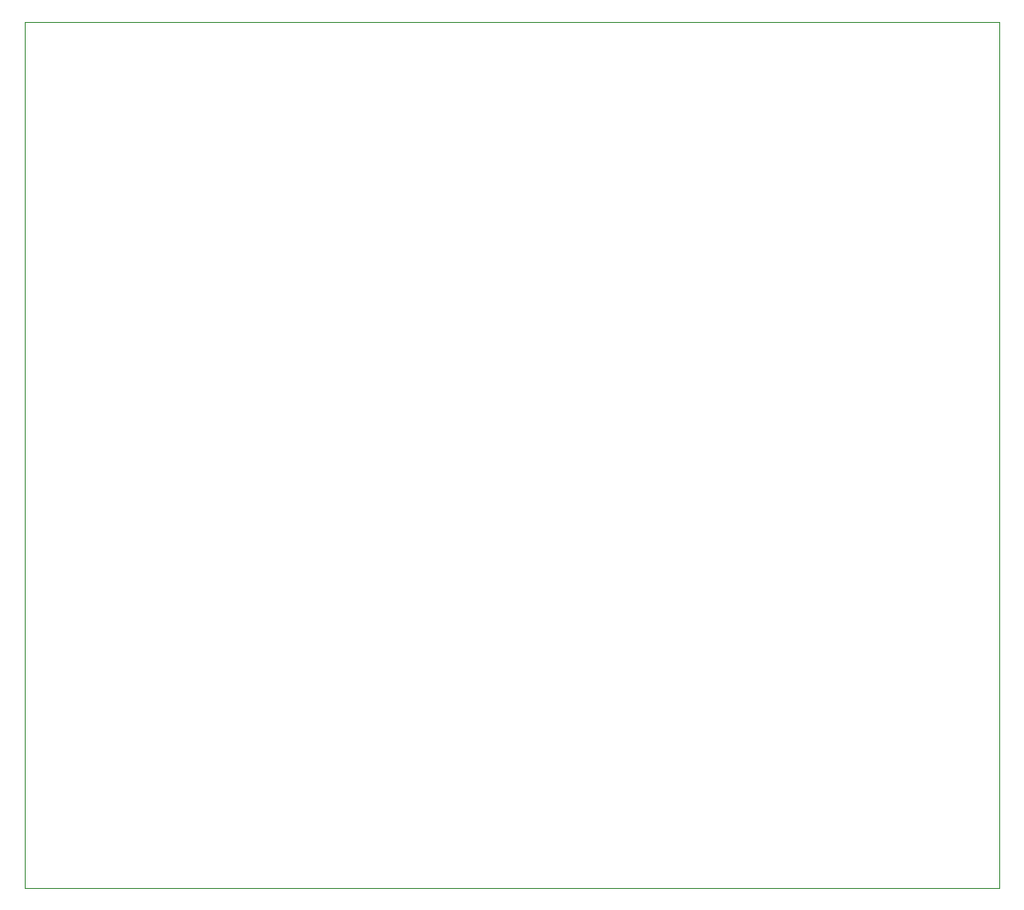
<source format=gm1>
G04 #@! TF.GenerationSoftware,KiCad,Pcbnew,6.0.11-2627ca5db0~126~ubuntu20.04.1*
G04 #@! TF.CreationDate,2023-03-12T13:33:38+01:00*
G04 #@! TF.ProjectId,Bobbycar_wiring,426f6262-7963-4617-925f-776972696e67,rev?*
G04 #@! TF.SameCoordinates,Original*
G04 #@! TF.FileFunction,Profile,NP*
%FSLAX46Y46*%
G04 Gerber Fmt 4.6, Leading zero omitted, Abs format (unit mm)*
G04 Created by KiCad (PCBNEW 6.0.11-2627ca5db0~126~ubuntu20.04.1) date 2023-03-12 13:33:38*
%MOMM*%
%LPD*%
G01*
G04 APERTURE LIST*
G04 #@! TA.AperFunction,Profile*
%ADD10C,0.100000*%
G04 #@! TD*
G04 APERTURE END LIST*
D10*
X70000000Y-40000000D02*
X160000000Y-40000000D01*
X160000000Y-40000000D02*
X160000000Y-120000000D01*
X160000000Y-120000000D02*
X70000000Y-120000000D01*
X70000000Y-120000000D02*
X70000000Y-40000000D01*
M02*

</source>
